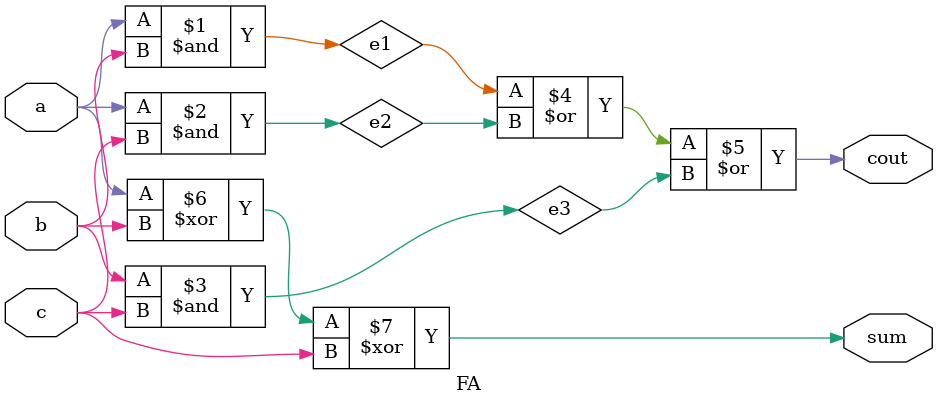
<source format=v>
`timescale 1ns/1ns
module FA( a, b, c, cout, sum ) ;
	
	input a, b, c ;
	output cout, sum ;
	
	wire e1, e2, e3 ;
	assign e1 = a & b ;
	assign e2 = a & c ;
	assign e3 = b & c ;
	assign cout = e1 | e2 | e3 ;
	assign sum = a ^ b ^ c ;
	
endmodule 
</source>
